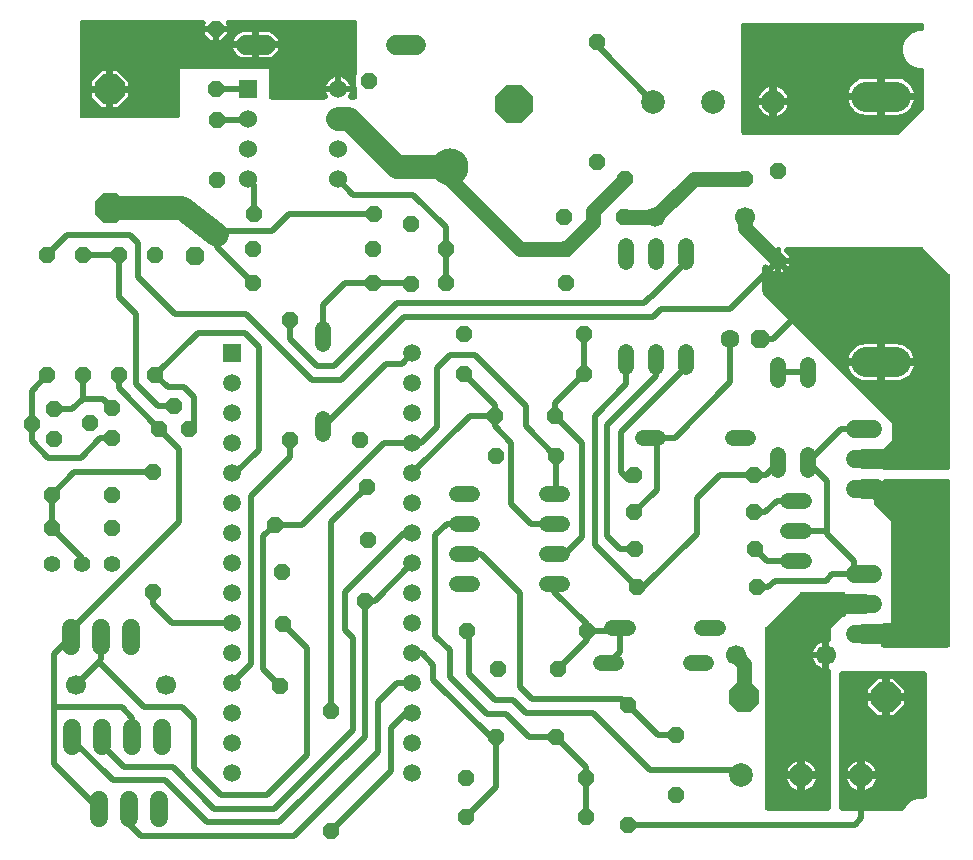
<source format=gtl>
G04 EAGLE Gerber RS-274X export*
G75*
%MOMM*%
%FSLAX34Y34*%
%LPD*%
%INTop Copper*%
%IPPOS*%
%AMOC8*
5,1,8,0,0,1.08239X$1,22.5*%
G01*
%ADD10P,1.732040X8X22.500000*%
%ADD11C,1.600200*%
%ADD12C,1.320800*%
%ADD13C,1.524000*%
%ADD14P,1.429621X8X292.500000*%
%ADD15P,1.429621X8X202.500000*%
%ADD16P,1.429621X8X67.500000*%
%ADD17P,1.429621X8X22.500000*%
%ADD18R,1.508000X1.508000*%
%ADD19C,1.508000*%
%ADD20R,1.524000X1.524000*%
%ADD21C,1.524000*%
%ADD22C,1.700000*%
%ADD23P,1.429621X8X112.500000*%
%ADD24P,1.732040X8X247.500000*%
%ADD25C,2.540000*%
%ADD26C,1.400000*%
%ADD27C,2.000000*%
%ADD28P,1.429621X8X247.500000*%
%ADD29P,2.749271X8X202.500000*%
%ADD30P,3.409096X8X67.500000*%
%ADD31C,3.149600*%
%ADD32P,2.749271X8X292.500000*%
%ADD33C,1.676400*%
%ADD34C,0.508000*%
%ADD35C,1.700000*%
%ADD36C,1.270000*%
%ADD37C,2.000000*%
%ADD38C,0.152400*%

G36*
X892035Y303464D02*
X892035Y303464D01*
X892069Y303462D01*
X892258Y303484D01*
X892449Y303501D01*
X892482Y303510D01*
X892516Y303514D01*
X892699Y303569D01*
X892883Y303619D01*
X892914Y303634D01*
X892947Y303644D01*
X893118Y303731D01*
X893290Y303813D01*
X893318Y303833D01*
X893349Y303848D01*
X893501Y303964D01*
X893656Y304075D01*
X893680Y304100D01*
X893707Y304120D01*
X893836Y304261D01*
X893970Y304397D01*
X893989Y304426D01*
X894013Y304452D01*
X894115Y304613D01*
X894222Y304770D01*
X894236Y304802D01*
X894254Y304831D01*
X894327Y305008D01*
X894404Y305182D01*
X894412Y305216D01*
X894425Y305248D01*
X894465Y305435D01*
X894511Y305620D01*
X894513Y305654D01*
X894520Y305688D01*
X894539Y306000D01*
X894539Y468000D01*
X894525Y468164D01*
X894518Y468328D01*
X894505Y468388D01*
X894499Y468449D01*
X894456Y468607D01*
X894420Y468768D01*
X894397Y468824D01*
X894381Y468883D01*
X894310Y469031D01*
X894247Y469183D01*
X894214Y469235D01*
X894187Y469290D01*
X894092Y469423D01*
X894002Y469561D01*
X893951Y469619D01*
X893925Y469656D01*
X893882Y469698D01*
X893796Y469796D01*
X871796Y491796D01*
X871669Y491901D01*
X871548Y492013D01*
X871497Y492045D01*
X871450Y492084D01*
X871307Y492166D01*
X871169Y492254D01*
X871112Y492278D01*
X871059Y492308D01*
X870904Y492363D01*
X870752Y492425D01*
X870692Y492438D01*
X870635Y492459D01*
X870473Y492485D01*
X870312Y492520D01*
X870235Y492525D01*
X870191Y492532D01*
X870130Y492531D01*
X870000Y492539D01*
X756424Y492539D01*
X756294Y492528D01*
X756164Y492526D01*
X756070Y492508D01*
X755975Y492499D01*
X755850Y492465D01*
X755722Y492440D01*
X755633Y492406D01*
X755541Y492381D01*
X755424Y492325D01*
X755302Y492278D01*
X755220Y492228D01*
X755134Y492187D01*
X755029Y492112D01*
X754917Y492044D01*
X754846Y491981D01*
X754768Y491925D01*
X754677Y491832D01*
X754580Y491746D01*
X754521Y491671D01*
X754454Y491603D01*
X754381Y491495D01*
X754301Y491393D01*
X754255Y491309D01*
X754202Y491230D01*
X754149Y491111D01*
X754088Y490996D01*
X754058Y490905D01*
X754020Y490818D01*
X753989Y490691D01*
X753949Y490568D01*
X753936Y490473D01*
X753913Y490380D01*
X753905Y490251D01*
X753887Y490122D01*
X753891Y490026D01*
X753885Y489931D01*
X753900Y489802D01*
X753906Y489672D01*
X753926Y489579D01*
X753937Y489484D01*
X753975Y489359D01*
X754003Y489232D01*
X754040Y489144D01*
X754068Y489053D01*
X754127Y488937D01*
X754177Y488817D01*
X754229Y488736D01*
X754272Y488651D01*
X754351Y488548D01*
X754421Y488439D01*
X754507Y488341D01*
X754544Y488293D01*
X754577Y488262D01*
X754628Y488204D01*
X758145Y484688D01*
X758145Y483439D01*
X751539Y483439D01*
X751539Y490000D01*
X751536Y490035D01*
X751538Y490069D01*
X751516Y490258D01*
X751499Y490449D01*
X751490Y490482D01*
X751486Y490516D01*
X751431Y490699D01*
X751381Y490883D01*
X751366Y490914D01*
X751356Y490947D01*
X751269Y491118D01*
X751188Y491290D01*
X751167Y491318D01*
X751152Y491349D01*
X751036Y491501D01*
X750925Y491656D01*
X750901Y491680D01*
X750880Y491707D01*
X750740Y491836D01*
X750603Y491970D01*
X750574Y491989D01*
X750549Y492013D01*
X750388Y492115D01*
X750230Y492222D01*
X750198Y492236D01*
X750169Y492254D01*
X749992Y492327D01*
X749818Y492404D01*
X749784Y492412D01*
X749752Y492425D01*
X749566Y492465D01*
X749380Y492511D01*
X749346Y492513D01*
X749312Y492520D01*
X749000Y492539D01*
X748965Y492536D01*
X748931Y492538D01*
X748741Y492516D01*
X748551Y492499D01*
X748518Y492490D01*
X748484Y492486D01*
X748301Y492431D01*
X748117Y492381D01*
X748086Y492366D01*
X748053Y492356D01*
X747882Y492269D01*
X747710Y492187D01*
X747682Y492167D01*
X747651Y492152D01*
X747499Y492036D01*
X747344Y491925D01*
X747320Y491900D01*
X747292Y491880D01*
X747163Y491740D01*
X747030Y491603D01*
X747011Y491574D01*
X746987Y491548D01*
X746885Y491387D01*
X746778Y491230D01*
X746764Y491198D01*
X746745Y491169D01*
X746673Y490992D01*
X746596Y490818D01*
X746588Y490784D01*
X746575Y490752D01*
X746534Y490565D01*
X746489Y490380D01*
X746487Y490346D01*
X746480Y490312D01*
X746461Y490000D01*
X746461Y480900D01*
X746461Y471755D01*
X745212Y471755D01*
X739796Y477172D01*
X739696Y477255D01*
X739603Y477346D01*
X739523Y477400D01*
X739450Y477461D01*
X739337Y477525D01*
X739230Y477598D01*
X739142Y477637D01*
X739059Y477684D01*
X738937Y477728D01*
X738818Y477780D01*
X738725Y477803D01*
X738635Y477835D01*
X738507Y477856D01*
X738380Y477887D01*
X738285Y477893D01*
X738191Y477908D01*
X738061Y477907D01*
X737931Y477915D01*
X737836Y477904D01*
X737741Y477902D01*
X737613Y477878D01*
X737484Y477863D01*
X737392Y477835D01*
X737298Y477817D01*
X737177Y477770D01*
X737053Y477732D01*
X736968Y477689D01*
X736878Y477654D01*
X736767Y477587D01*
X736651Y477528D01*
X736575Y477470D01*
X736494Y477421D01*
X736396Y477334D01*
X736293Y477256D01*
X736228Y477186D01*
X736156Y477122D01*
X736076Y477020D01*
X735988Y476925D01*
X735936Y476844D01*
X735877Y476769D01*
X735816Y476655D01*
X735746Y476545D01*
X735709Y476457D01*
X735664Y476372D01*
X735624Y476249D01*
X735575Y476128D01*
X735555Y476035D01*
X735525Y475944D01*
X735507Y475816D01*
X735480Y475688D01*
X735472Y475559D01*
X735464Y475498D01*
X735466Y475453D01*
X735461Y475376D01*
X735461Y455000D01*
X735475Y454836D01*
X735482Y454672D01*
X735495Y454612D01*
X735501Y454552D01*
X735544Y454393D01*
X735580Y454232D01*
X735603Y454176D01*
X735619Y454117D01*
X735690Y453969D01*
X735753Y453817D01*
X735786Y453765D01*
X735813Y453711D01*
X735908Y453577D01*
X735998Y453439D01*
X736049Y453381D01*
X736075Y453344D01*
X736118Y453302D01*
X736204Y453204D01*
X845461Y343948D01*
X845461Y329052D01*
X838672Y322263D01*
X838597Y322230D01*
X838560Y322206D01*
X838521Y322187D01*
X838373Y322082D01*
X838222Y321981D01*
X838191Y321951D01*
X838155Y321925D01*
X838028Y321795D01*
X837897Y321669D01*
X837872Y321634D01*
X837841Y321603D01*
X837739Y321452D01*
X837632Y321305D01*
X837613Y321266D01*
X837589Y321230D01*
X837515Y321063D01*
X837436Y320900D01*
X837424Y320858D01*
X837407Y320818D01*
X837364Y320641D01*
X837315Y320466D01*
X837310Y320423D01*
X837300Y320380D01*
X837289Y320199D01*
X837271Y320018D01*
X837275Y319974D01*
X837272Y319931D01*
X837293Y319750D01*
X837308Y319569D01*
X837319Y319527D01*
X837324Y319484D01*
X837377Y319309D01*
X837424Y319134D01*
X837445Y319085D01*
X837455Y319053D01*
X837483Y318997D01*
X837548Y318847D01*
X838336Y317300D01*
X838779Y315939D01*
X821300Y315939D01*
X821266Y315936D01*
X821231Y315938D01*
X821042Y315916D01*
X820852Y315899D01*
X820818Y315890D01*
X820784Y315886D01*
X820601Y315831D01*
X820417Y315781D01*
X820386Y315766D01*
X820353Y315756D01*
X820182Y315669D01*
X820011Y315588D01*
X819983Y315567D01*
X819952Y315552D01*
X819800Y315436D01*
X819645Y315325D01*
X819621Y315301D01*
X819593Y315280D01*
X819464Y315140D01*
X819331Y315003D01*
X819311Y314974D01*
X819288Y314949D01*
X819185Y314788D01*
X819079Y314630D01*
X819065Y314598D01*
X819046Y314569D01*
X818974Y314392D01*
X818896Y314218D01*
X818888Y314184D01*
X818875Y314152D01*
X818835Y313966D01*
X818790Y313780D01*
X818788Y313746D01*
X818780Y313712D01*
X818761Y313400D01*
X818764Y313365D01*
X818762Y313331D01*
X818784Y313141D01*
X818801Y312951D01*
X818810Y312918D01*
X818814Y312884D01*
X818869Y312701D01*
X818920Y312517D01*
X818934Y312486D01*
X818944Y312453D01*
X819031Y312282D01*
X819113Y312110D01*
X819133Y312082D01*
X819149Y312051D01*
X819264Y311899D01*
X819375Y311744D01*
X819400Y311720D01*
X819421Y311692D01*
X819561Y311563D01*
X819698Y311430D01*
X819726Y311411D01*
X819752Y311387D01*
X819913Y311285D01*
X820071Y311178D01*
X820102Y311164D01*
X820132Y311145D01*
X820308Y311073D01*
X820483Y310996D01*
X820516Y310988D01*
X820548Y310975D01*
X820735Y310934D01*
X820920Y310889D01*
X820954Y310887D01*
X820988Y310880D01*
X821300Y310861D01*
X838779Y310861D01*
X838336Y309500D01*
X837610Y308075D01*
X837187Y307493D01*
X837107Y307359D01*
X837020Y307230D01*
X836992Y307166D01*
X836956Y307106D01*
X836901Y306960D01*
X836838Y306818D01*
X836821Y306750D01*
X836797Y306685D01*
X836768Y306532D01*
X836731Y306380D01*
X836727Y306311D01*
X836714Y306243D01*
X836713Y306087D01*
X836703Y305931D01*
X836711Y305862D01*
X836711Y305792D01*
X836737Y305639D01*
X836755Y305484D01*
X836776Y305417D01*
X836787Y305349D01*
X836841Y305202D01*
X836886Y305053D01*
X836917Y304991D01*
X836941Y304925D01*
X837019Y304791D01*
X837090Y304651D01*
X837132Y304596D01*
X837167Y304536D01*
X837268Y304417D01*
X837362Y304293D01*
X837413Y304245D01*
X837458Y304193D01*
X837578Y304093D01*
X837693Y303988D01*
X837752Y303950D01*
X837805Y303906D01*
X837941Y303829D01*
X838073Y303746D01*
X838137Y303719D01*
X838198Y303685D01*
X838345Y303634D01*
X838490Y303575D01*
X838558Y303560D01*
X838623Y303537D01*
X838777Y303513D01*
X838930Y303480D01*
X839019Y303474D01*
X839068Y303467D01*
X839126Y303468D01*
X839242Y303461D01*
X892000Y303461D01*
X892035Y303464D01*
G37*
G36*
X240035Y601464D02*
X240035Y601464D01*
X240069Y601462D01*
X240258Y601484D01*
X240449Y601501D01*
X240482Y601510D01*
X240516Y601514D01*
X240699Y601569D01*
X240883Y601619D01*
X240914Y601634D01*
X240947Y601644D01*
X241118Y601731D01*
X241290Y601813D01*
X241318Y601833D01*
X241349Y601848D01*
X241501Y601964D01*
X241656Y602075D01*
X241680Y602100D01*
X241707Y602120D01*
X241836Y602261D01*
X241970Y602397D01*
X241989Y602426D01*
X242013Y602452D01*
X242115Y602613D01*
X242222Y602770D01*
X242236Y602802D01*
X242254Y602831D01*
X242327Y603008D01*
X242404Y603182D01*
X242412Y603216D01*
X242425Y603248D01*
X242465Y603435D01*
X242511Y603620D01*
X242513Y603654D01*
X242520Y603688D01*
X242539Y604000D01*
X242539Y643461D01*
X317461Y643461D01*
X317461Y620000D01*
X317464Y619966D01*
X317462Y619931D01*
X317484Y619742D01*
X317501Y619552D01*
X317510Y619518D01*
X317514Y619484D01*
X317569Y619301D01*
X317619Y619117D01*
X317634Y619086D01*
X317644Y619053D01*
X317731Y618882D01*
X317813Y618711D01*
X317833Y618682D01*
X317848Y618651D01*
X317964Y618499D01*
X318075Y618344D01*
X318100Y618320D01*
X318120Y618293D01*
X318261Y618164D01*
X318397Y618030D01*
X318426Y618011D01*
X318452Y617988D01*
X318613Y617885D01*
X318770Y617778D01*
X318802Y617764D01*
X318831Y617746D01*
X319008Y617673D01*
X319182Y617596D01*
X319216Y617588D01*
X319248Y617575D01*
X319435Y617535D01*
X319620Y617489D01*
X319654Y617487D01*
X319688Y617480D01*
X320000Y617461D01*
X365056Y617461D01*
X365238Y617477D01*
X365419Y617487D01*
X365462Y617497D01*
X365505Y617501D01*
X365680Y617549D01*
X365857Y617590D01*
X365897Y617608D01*
X365939Y617619D01*
X366103Y617697D01*
X366270Y617770D01*
X366307Y617794D01*
X366346Y617813D01*
X366493Y617918D01*
X366645Y618019D01*
X366677Y618049D01*
X366712Y618075D01*
X366839Y618205D01*
X366970Y618331D01*
X366996Y618366D01*
X367026Y618397D01*
X367128Y618548D01*
X367235Y618695D01*
X367254Y618734D01*
X367278Y618770D01*
X367352Y618937D01*
X367431Y619100D01*
X367443Y619142D01*
X367460Y619182D01*
X367504Y619359D01*
X367553Y619534D01*
X367557Y619577D01*
X367567Y619620D01*
X367578Y619801D01*
X367596Y619982D01*
X367592Y620026D01*
X367595Y620069D01*
X367574Y620250D01*
X367559Y620431D01*
X367548Y620473D01*
X367543Y620516D01*
X367490Y620691D01*
X367443Y620866D01*
X367422Y620915D01*
X367412Y620947D01*
X367384Y621004D01*
X367319Y621153D01*
X366684Y622400D01*
X366241Y623761D01*
X376100Y623761D01*
X385959Y623761D01*
X385516Y622400D01*
X384881Y621153D01*
X384813Y620984D01*
X384740Y620818D01*
X384729Y620776D01*
X384713Y620735D01*
X384676Y620557D01*
X384633Y620380D01*
X384630Y620337D01*
X384621Y620294D01*
X384616Y620112D01*
X384605Y619931D01*
X384610Y619888D01*
X384609Y619844D01*
X384636Y619664D01*
X384657Y619484D01*
X384670Y619442D01*
X384676Y619399D01*
X384735Y619227D01*
X384788Y619053D01*
X384807Y619014D01*
X384821Y618973D01*
X384910Y618813D01*
X384992Y618651D01*
X385018Y618617D01*
X385039Y618579D01*
X385154Y618437D01*
X385264Y618293D01*
X385296Y618263D01*
X385323Y618229D01*
X385461Y618111D01*
X385595Y617988D01*
X385632Y617964D01*
X385665Y617936D01*
X385821Y617843D01*
X385975Y617746D01*
X386015Y617729D01*
X386053Y617707D01*
X386223Y617644D01*
X386391Y617575D01*
X386434Y617566D01*
X386475Y617550D01*
X386654Y617518D01*
X386832Y617480D01*
X386885Y617477D01*
X386918Y617471D01*
X386981Y617471D01*
X387144Y617461D01*
X390000Y617461D01*
X390035Y617464D01*
X390069Y617462D01*
X390258Y617484D01*
X390449Y617501D01*
X390482Y617510D01*
X390516Y617514D01*
X390699Y617569D01*
X390883Y617619D01*
X390914Y617634D01*
X390947Y617644D01*
X391118Y617731D01*
X391290Y617813D01*
X391318Y617833D01*
X391349Y617848D01*
X391501Y617964D01*
X391656Y618075D01*
X391680Y618100D01*
X391707Y618120D01*
X391836Y618261D01*
X391970Y618397D01*
X391989Y618426D01*
X392013Y618452D01*
X392115Y618613D01*
X392222Y618770D01*
X392236Y618802D01*
X392254Y618831D01*
X392327Y619008D01*
X392404Y619182D01*
X392412Y619216D01*
X392425Y619248D01*
X392465Y619435D01*
X392511Y619620D01*
X392513Y619654D01*
X392520Y619688D01*
X392539Y620000D01*
X392539Y626721D01*
X392525Y626885D01*
X392518Y627049D01*
X392505Y627109D01*
X392499Y627170D01*
X392456Y627328D01*
X392420Y627489D01*
X392397Y627545D01*
X392381Y627604D01*
X392310Y627752D01*
X392247Y627904D01*
X392214Y627955D01*
X392187Y628011D01*
X392092Y628144D01*
X392002Y628283D01*
X391951Y628340D01*
X391925Y628377D01*
X391882Y628419D01*
X391796Y628517D01*
X391331Y628981D01*
X391331Y637819D01*
X391796Y638283D01*
X391901Y638409D01*
X392013Y638530D01*
X392045Y638582D01*
X392084Y638629D01*
X392166Y638771D01*
X392254Y638910D01*
X392278Y638967D01*
X392308Y639020D01*
X392363Y639175D01*
X392425Y639327D01*
X392438Y639387D01*
X392459Y639444D01*
X392485Y639606D01*
X392520Y639767D01*
X392525Y639844D01*
X392532Y639888D01*
X392531Y639949D01*
X392539Y640079D01*
X392539Y682380D01*
X392536Y682415D01*
X392538Y682449D01*
X392516Y682638D01*
X392499Y682829D01*
X392490Y682862D01*
X392486Y682896D01*
X392431Y683079D01*
X392381Y683263D01*
X392366Y683294D01*
X392356Y683327D01*
X392269Y683498D01*
X392187Y683670D01*
X392167Y683698D01*
X392152Y683729D01*
X392036Y683881D01*
X391925Y684036D01*
X391900Y684060D01*
X391880Y684087D01*
X391740Y684216D01*
X391603Y684350D01*
X391574Y684369D01*
X391548Y684393D01*
X391387Y684495D01*
X391230Y684602D01*
X391198Y684616D01*
X391169Y684634D01*
X390992Y684707D01*
X390818Y684784D01*
X390784Y684792D01*
X390752Y684805D01*
X390565Y684845D01*
X390380Y684891D01*
X390346Y684893D01*
X390312Y684900D01*
X390000Y684919D01*
X283834Y684919D01*
X283704Y684908D01*
X283574Y684906D01*
X283480Y684888D01*
X283385Y684879D01*
X283259Y684845D01*
X283132Y684820D01*
X283043Y684786D01*
X282951Y684761D01*
X282833Y684705D01*
X282712Y684658D01*
X282630Y684608D01*
X282544Y684567D01*
X282438Y684492D01*
X282327Y684424D01*
X282256Y684361D01*
X282178Y684305D01*
X282087Y684212D01*
X281990Y684126D01*
X281931Y684051D01*
X281864Y683983D01*
X281791Y683875D01*
X281710Y683773D01*
X281665Y683689D01*
X281612Y683610D01*
X281559Y683491D01*
X281498Y683376D01*
X281468Y683285D01*
X281430Y683198D01*
X281399Y683071D01*
X281359Y682948D01*
X281346Y682853D01*
X281323Y682760D01*
X281315Y682631D01*
X281297Y682502D01*
X281301Y682406D01*
X281295Y682311D01*
X281310Y682182D01*
X281316Y682052D01*
X281336Y681959D01*
X281347Y681864D01*
X281385Y681739D01*
X281413Y681612D01*
X281450Y681524D01*
X281478Y681433D01*
X281537Y681317D01*
X281587Y681197D01*
X281639Y681117D01*
X281682Y681031D01*
X281761Y680928D01*
X281831Y680819D01*
X281835Y680815D01*
X281835Y679539D01*
X272690Y679539D01*
X263545Y679539D01*
X263545Y680821D01*
X263570Y680857D01*
X263631Y680930D01*
X263695Y681043D01*
X263768Y681150D01*
X263807Y681238D01*
X263854Y681321D01*
X263898Y681443D01*
X263950Y681562D01*
X263973Y681655D01*
X264005Y681745D01*
X264026Y681873D01*
X264057Y682000D01*
X264063Y682095D01*
X264078Y682189D01*
X264077Y682319D01*
X264085Y682449D01*
X264074Y682544D01*
X264072Y682639D01*
X264048Y682767D01*
X264033Y682896D01*
X264005Y682988D01*
X263987Y683082D01*
X263940Y683203D01*
X263902Y683327D01*
X263859Y683412D01*
X263825Y683502D01*
X263757Y683613D01*
X263698Y683729D01*
X263640Y683805D01*
X263591Y683886D01*
X263504Y683984D01*
X263426Y684087D01*
X263356Y684152D01*
X263292Y684224D01*
X263190Y684304D01*
X263095Y684393D01*
X263014Y684444D01*
X262939Y684503D01*
X262825Y684564D01*
X262715Y684634D01*
X262627Y684671D01*
X262542Y684716D01*
X262419Y684756D01*
X262298Y684805D01*
X262205Y684825D01*
X262114Y684855D01*
X261986Y684873D01*
X261858Y684900D01*
X261728Y684908D01*
X261668Y684916D01*
X261624Y684915D01*
X261546Y684919D01*
X160000Y684919D01*
X159966Y684916D01*
X159931Y684918D01*
X159742Y684896D01*
X159552Y684879D01*
X159518Y684870D01*
X159484Y684866D01*
X159301Y684811D01*
X159117Y684761D01*
X159086Y684746D01*
X159053Y684736D01*
X158882Y684649D01*
X158711Y684567D01*
X158682Y684547D01*
X158651Y684532D01*
X158499Y684416D01*
X158344Y684305D01*
X158320Y684280D01*
X158293Y684260D01*
X158164Y684120D01*
X158030Y683983D01*
X158011Y683954D01*
X157988Y683928D01*
X157885Y683767D01*
X157778Y683610D01*
X157764Y683578D01*
X157746Y683549D01*
X157673Y683372D01*
X157596Y683198D01*
X157588Y683164D01*
X157575Y683132D01*
X157535Y682945D01*
X157489Y682760D01*
X157487Y682726D01*
X157480Y682692D01*
X157461Y682380D01*
X157461Y604000D01*
X157464Y603966D01*
X157462Y603931D01*
X157484Y603742D01*
X157501Y603552D01*
X157510Y603518D01*
X157514Y603484D01*
X157569Y603301D01*
X157619Y603117D01*
X157634Y603086D01*
X157644Y603053D01*
X157731Y602882D01*
X157813Y602711D01*
X157833Y602682D01*
X157848Y602651D01*
X157964Y602499D01*
X158075Y602344D01*
X158100Y602320D01*
X158120Y602293D01*
X158261Y602164D01*
X158397Y602030D01*
X158426Y602011D01*
X158452Y601988D01*
X158613Y601885D01*
X158770Y601778D01*
X158802Y601764D01*
X158831Y601746D01*
X159008Y601673D01*
X159182Y601596D01*
X159216Y601588D01*
X159248Y601575D01*
X159435Y601535D01*
X159620Y601489D01*
X159654Y601487D01*
X159688Y601480D01*
X160000Y601461D01*
X240000Y601461D01*
X240035Y601464D01*
G37*
G36*
X850164Y587475D02*
X850164Y587475D01*
X850328Y587482D01*
X850388Y587495D01*
X850449Y587501D01*
X850607Y587544D01*
X850768Y587580D01*
X850824Y587603D01*
X850883Y587619D01*
X851031Y587690D01*
X851183Y587753D01*
X851235Y587786D01*
X851290Y587813D01*
X851423Y587908D01*
X851561Y587998D01*
X851619Y588049D01*
X851656Y588075D01*
X851698Y588118D01*
X851796Y588204D01*
X871796Y608204D01*
X871901Y608331D01*
X872013Y608452D01*
X872045Y608503D01*
X872084Y608550D01*
X872166Y608693D01*
X872254Y608831D01*
X872278Y608888D01*
X872308Y608941D01*
X872363Y609096D01*
X872425Y609248D01*
X872438Y609308D01*
X872459Y609365D01*
X872485Y609527D01*
X872520Y609688D01*
X872525Y609765D01*
X872532Y609809D01*
X872531Y609870D01*
X872539Y610000D01*
X872539Y641880D01*
X872536Y641915D01*
X872538Y641949D01*
X872516Y642138D01*
X872499Y642329D01*
X872490Y642362D01*
X872486Y642396D01*
X872431Y642579D01*
X872381Y642763D01*
X872366Y642794D01*
X872356Y642827D01*
X872269Y642998D01*
X872187Y643170D01*
X872167Y643198D01*
X872152Y643229D01*
X872036Y643381D01*
X871925Y643536D01*
X871900Y643560D01*
X871880Y643587D01*
X871740Y643716D01*
X871603Y643850D01*
X871574Y643869D01*
X871548Y643893D01*
X871387Y643995D01*
X871230Y644102D01*
X871198Y644116D01*
X871169Y644134D01*
X870992Y644207D01*
X870818Y644284D01*
X870784Y644292D01*
X870752Y644305D01*
X870565Y644345D01*
X870380Y644391D01*
X870346Y644393D01*
X870312Y644400D01*
X870000Y644419D01*
X866901Y644419D01*
X861174Y646791D01*
X856791Y651174D01*
X854419Y656901D01*
X854419Y663099D01*
X856791Y668826D01*
X861174Y673209D01*
X866901Y675581D01*
X870000Y675581D01*
X870035Y675584D01*
X870069Y675582D01*
X870258Y675604D01*
X870449Y675621D01*
X870482Y675630D01*
X870516Y675634D01*
X870699Y675689D01*
X870883Y675739D01*
X870914Y675754D01*
X870947Y675764D01*
X871118Y675851D01*
X871290Y675933D01*
X871318Y675953D01*
X871349Y675968D01*
X871501Y676084D01*
X871656Y676195D01*
X871680Y676220D01*
X871707Y676240D01*
X871836Y676380D01*
X871970Y676517D01*
X871989Y676546D01*
X872013Y676572D01*
X872115Y676733D01*
X872222Y676890D01*
X872236Y676922D01*
X872254Y676951D01*
X872327Y677128D01*
X872404Y677302D01*
X872412Y677336D01*
X872425Y677368D01*
X872465Y677555D01*
X872511Y677740D01*
X872513Y677774D01*
X872520Y677808D01*
X872539Y678120D01*
X872539Y680000D01*
X872536Y680035D01*
X872538Y680069D01*
X872516Y680258D01*
X872499Y680449D01*
X872490Y680482D01*
X872486Y680516D01*
X872431Y680699D01*
X872381Y680883D01*
X872366Y680914D01*
X872356Y680947D01*
X872269Y681118D01*
X872187Y681290D01*
X872167Y681318D01*
X872152Y681349D01*
X872036Y681501D01*
X871925Y681656D01*
X871900Y681680D01*
X871880Y681707D01*
X871740Y681836D01*
X871603Y681970D01*
X871574Y681989D01*
X871548Y682013D01*
X871387Y682115D01*
X871230Y682222D01*
X871198Y682236D01*
X871169Y682254D01*
X870992Y682327D01*
X870818Y682404D01*
X870784Y682412D01*
X870752Y682425D01*
X870565Y682465D01*
X870380Y682511D01*
X870346Y682513D01*
X870312Y682520D01*
X870000Y682539D01*
X720000Y682539D01*
X719966Y682536D01*
X719931Y682538D01*
X719742Y682516D01*
X719552Y682499D01*
X719518Y682490D01*
X719484Y682486D01*
X719301Y682431D01*
X719117Y682381D01*
X719086Y682366D01*
X719053Y682356D01*
X718882Y682269D01*
X718711Y682187D01*
X718682Y682167D01*
X718651Y682152D01*
X718499Y682036D01*
X718344Y681925D01*
X718320Y681900D01*
X718293Y681880D01*
X718164Y681740D01*
X718030Y681603D01*
X718011Y681574D01*
X717988Y681548D01*
X717885Y681387D01*
X717778Y681230D01*
X717764Y681198D01*
X717746Y681169D01*
X717673Y680992D01*
X717596Y680818D01*
X717588Y680784D01*
X717575Y680752D01*
X717535Y680565D01*
X717489Y680380D01*
X717487Y680346D01*
X717480Y680312D01*
X717461Y680000D01*
X717461Y590000D01*
X717464Y589966D01*
X717462Y589931D01*
X717484Y589742D01*
X717501Y589552D01*
X717510Y589518D01*
X717514Y589484D01*
X717569Y589301D01*
X717619Y589117D01*
X717634Y589086D01*
X717644Y589053D01*
X717731Y588882D01*
X717813Y588711D01*
X717833Y588682D01*
X717848Y588651D01*
X717964Y588499D01*
X718075Y588344D01*
X718100Y588320D01*
X718120Y588293D01*
X718261Y588164D01*
X718397Y588030D01*
X718426Y588011D01*
X718452Y587988D01*
X718613Y587885D01*
X718770Y587778D01*
X718802Y587764D01*
X718831Y587746D01*
X719008Y587673D01*
X719182Y587596D01*
X719216Y587588D01*
X719248Y587575D01*
X719435Y587535D01*
X719620Y587489D01*
X719654Y587487D01*
X719688Y587480D01*
X720000Y587461D01*
X850000Y587461D01*
X850164Y587475D01*
G37*
G36*
X791035Y15464D02*
X791035Y15464D01*
X791069Y15462D01*
X791258Y15484D01*
X791449Y15501D01*
X791482Y15510D01*
X791516Y15514D01*
X791699Y15569D01*
X791883Y15619D01*
X791914Y15634D01*
X791947Y15644D01*
X792118Y15731D01*
X792290Y15813D01*
X792318Y15833D01*
X792349Y15848D01*
X792501Y15964D01*
X792656Y16075D01*
X792680Y16100D01*
X792707Y16120D01*
X792836Y16261D01*
X792970Y16397D01*
X792989Y16426D01*
X793013Y16452D01*
X793115Y16613D01*
X793222Y16770D01*
X793236Y16802D01*
X793254Y16831D01*
X793327Y17008D01*
X793404Y17182D01*
X793412Y17216D01*
X793425Y17248D01*
X793465Y17435D01*
X793511Y17620D01*
X793513Y17654D01*
X793520Y17688D01*
X793539Y18000D01*
X793539Y133552D01*
X793539Y133560D01*
X793539Y133569D01*
X793519Y133783D01*
X793499Y134000D01*
X793497Y134009D01*
X793496Y134017D01*
X793438Y134225D01*
X793381Y134435D01*
X793377Y134442D01*
X793375Y134451D01*
X793280Y134647D01*
X793187Y134841D01*
X793183Y134848D01*
X793179Y134856D01*
X793051Y135032D01*
X792925Y135207D01*
X792919Y135213D01*
X792914Y135220D01*
X792759Y135369D01*
X792603Y135521D01*
X792595Y135526D01*
X792589Y135532D01*
X792410Y135651D01*
X792230Y135773D01*
X792222Y135777D01*
X792215Y135782D01*
X792017Y135867D01*
X791849Y135942D01*
X791849Y146790D01*
X791846Y146824D01*
X791848Y146859D01*
X791835Y146975D01*
X791849Y147210D01*
X791849Y158062D01*
X791931Y158086D01*
X791939Y158090D01*
X791947Y158092D01*
X792140Y158191D01*
X792334Y158288D01*
X792341Y158293D01*
X792349Y158297D01*
X792521Y158428D01*
X792695Y158557D01*
X792700Y158564D01*
X792707Y158569D01*
X792854Y158728D01*
X793002Y158886D01*
X793007Y158894D01*
X793013Y158900D01*
X793128Y159081D01*
X793246Y159265D01*
X793250Y159273D01*
X793254Y159280D01*
X793336Y159480D01*
X793420Y159680D01*
X793422Y159688D01*
X793425Y159696D01*
X793471Y159908D01*
X793518Y160119D01*
X793518Y160128D01*
X793520Y160136D01*
X793539Y160448D01*
X793539Y169948D01*
X803052Y179461D01*
X803940Y179461D01*
X804095Y179475D01*
X804251Y179480D01*
X804319Y179494D01*
X804388Y179501D01*
X804539Y179542D01*
X804691Y179575D01*
X804755Y179601D01*
X804822Y179619D01*
X804963Y179686D01*
X805108Y179745D01*
X805166Y179783D01*
X805229Y179813D01*
X805356Y179903D01*
X805488Y179987D01*
X805539Y180034D01*
X805595Y180075D01*
X805704Y180186D01*
X805819Y180292D01*
X805861Y180348D01*
X805909Y180397D01*
X805996Y180526D01*
X806091Y180651D01*
X806122Y180713D01*
X806161Y180770D01*
X806225Y180913D01*
X806295Y181052D01*
X806315Y181118D01*
X806344Y181182D01*
X806381Y181334D01*
X806426Y181483D01*
X806434Y181552D01*
X806450Y181620D01*
X806460Y181775D01*
X806478Y181930D01*
X806474Y182000D01*
X806478Y182069D01*
X806460Y182224D01*
X806450Y182380D01*
X806434Y182447D01*
X806426Y182516D01*
X806381Y182666D01*
X806344Y182817D01*
X806316Y182881D01*
X806296Y182947D01*
X806225Y183086D01*
X806162Y183229D01*
X806114Y183304D01*
X806091Y183349D01*
X806056Y183395D01*
X805994Y183493D01*
X804990Y184875D01*
X804264Y186300D01*
X803821Y187661D01*
X816000Y187661D01*
X816035Y187664D01*
X816069Y187662D01*
X816258Y187684D01*
X816449Y187700D01*
X816482Y187710D01*
X816516Y187714D01*
X816699Y187769D01*
X816883Y187819D01*
X816914Y187834D01*
X816947Y187844D01*
X817118Y187931D01*
X817290Y188012D01*
X817318Y188033D01*
X817349Y188048D01*
X817501Y188163D01*
X817656Y188275D01*
X817680Y188299D01*
X817707Y188320D01*
X817836Y188460D01*
X817970Y188597D01*
X817989Y188626D01*
X818013Y188651D01*
X818115Y188812D01*
X818222Y188970D01*
X818236Y189002D01*
X818254Y189031D01*
X818327Y189208D01*
X818404Y189382D01*
X818412Y189416D01*
X818425Y189448D01*
X818465Y189634D01*
X818511Y189819D01*
X818513Y189854D01*
X818520Y189888D01*
X818539Y190200D01*
X818536Y190235D01*
X818538Y190269D01*
X818516Y190459D01*
X818499Y190649D01*
X818490Y190682D01*
X818486Y190716D01*
X818431Y190899D01*
X818381Y191083D01*
X818366Y191114D01*
X818356Y191147D01*
X818269Y191318D01*
X818187Y191490D01*
X818167Y191518D01*
X818152Y191549D01*
X818036Y191701D01*
X817925Y191856D01*
X817900Y191880D01*
X817880Y191907D01*
X817740Y192037D01*
X817603Y192170D01*
X817574Y192189D01*
X817548Y192213D01*
X817387Y192315D01*
X817230Y192422D01*
X817198Y192436D01*
X817169Y192454D01*
X816992Y192527D01*
X816818Y192604D01*
X816784Y192612D01*
X816752Y192625D01*
X816565Y192666D01*
X816380Y192711D01*
X816346Y192713D01*
X816312Y192720D01*
X816000Y192739D01*
X803821Y192739D01*
X804264Y194100D01*
X804990Y195525D01*
X805703Y196507D01*
X805783Y196641D01*
X805871Y196770D01*
X805899Y196834D01*
X805935Y196894D01*
X805990Y197039D01*
X806053Y197182D01*
X806069Y197250D01*
X806094Y197315D01*
X806123Y197468D01*
X806160Y197620D01*
X806164Y197689D01*
X806177Y197757D01*
X806178Y197913D01*
X806187Y198069D01*
X806179Y198138D01*
X806180Y198208D01*
X806153Y198361D01*
X806135Y198516D01*
X806115Y198583D01*
X806103Y198651D01*
X806050Y198798D01*
X806005Y198947D01*
X805973Y199009D01*
X805950Y199075D01*
X805871Y199210D01*
X805801Y199349D01*
X805759Y199404D01*
X805724Y199464D01*
X805623Y199583D01*
X805529Y199707D01*
X805477Y199755D01*
X805432Y199808D01*
X805312Y199907D01*
X805197Y200013D01*
X805139Y200050D01*
X805085Y200094D01*
X804949Y200171D01*
X804818Y200254D01*
X804753Y200281D01*
X804693Y200315D01*
X804545Y200366D01*
X804401Y200425D01*
X804333Y200440D01*
X804267Y200463D01*
X804113Y200487D01*
X803961Y200520D01*
X803872Y200526D01*
X803823Y200533D01*
X803765Y200532D01*
X803649Y200539D01*
X769000Y200539D01*
X768836Y200525D01*
X768672Y200518D01*
X768612Y200505D01*
X768552Y200499D01*
X768393Y200456D01*
X768232Y200420D01*
X768176Y200397D01*
X768117Y200381D01*
X767969Y200310D01*
X767817Y200247D01*
X767765Y200214D01*
X767711Y200187D01*
X767577Y200092D01*
X767439Y200002D01*
X767381Y199951D01*
X767344Y199925D01*
X767302Y199882D01*
X767204Y199796D01*
X738204Y170796D01*
X738099Y170669D01*
X737988Y170548D01*
X737955Y170497D01*
X737916Y170450D01*
X737834Y170307D01*
X737746Y170169D01*
X737722Y170112D01*
X737692Y170059D01*
X737637Y169904D01*
X737575Y169752D01*
X737562Y169692D01*
X737541Y169635D01*
X737515Y169473D01*
X737480Y169312D01*
X737475Y169235D01*
X737468Y169191D01*
X737469Y169130D01*
X737461Y169000D01*
X737461Y18000D01*
X737464Y17966D01*
X737462Y17931D01*
X737484Y17742D01*
X737501Y17552D01*
X737510Y17518D01*
X737514Y17484D01*
X737569Y17301D01*
X737619Y17117D01*
X737634Y17086D01*
X737644Y17053D01*
X737731Y16882D01*
X737813Y16711D01*
X737833Y16682D01*
X737848Y16651D01*
X737964Y16499D01*
X738075Y16344D01*
X738100Y16320D01*
X738120Y16293D01*
X738261Y16164D01*
X738397Y16030D01*
X738426Y16011D01*
X738452Y15988D01*
X738613Y15885D01*
X738770Y15778D01*
X738802Y15764D01*
X738831Y15746D01*
X739008Y15673D01*
X739182Y15596D01*
X739216Y15588D01*
X739248Y15575D01*
X739435Y15535D01*
X739620Y15489D01*
X739654Y15487D01*
X739688Y15480D01*
X740000Y15461D01*
X791000Y15461D01*
X791035Y15464D01*
G37*
G36*
X853912Y15480D02*
X853912Y15480D01*
X854123Y15496D01*
X854136Y15499D01*
X854149Y15501D01*
X854355Y15557D01*
X854559Y15610D01*
X854571Y15616D01*
X854584Y15619D01*
X854774Y15710D01*
X854968Y15799D01*
X854978Y15807D01*
X854990Y15813D01*
X855162Y15935D01*
X855336Y16058D01*
X855346Y16067D01*
X855356Y16075D01*
X855504Y16227D01*
X855654Y16377D01*
X855661Y16388D01*
X855670Y16397D01*
X855789Y16572D01*
X855910Y16747D01*
X855917Y16762D01*
X855923Y16770D01*
X855938Y16806D01*
X856047Y17028D01*
X856791Y18826D01*
X861174Y23209D01*
X866901Y25581D01*
X872000Y25581D01*
X872035Y25584D01*
X872069Y25582D01*
X872258Y25604D01*
X872449Y25621D01*
X872482Y25630D01*
X872516Y25634D01*
X872699Y25689D01*
X872883Y25739D01*
X872914Y25754D01*
X872947Y25764D01*
X873118Y25851D01*
X873290Y25933D01*
X873318Y25953D01*
X873349Y25968D01*
X873501Y26084D01*
X873656Y26195D01*
X873680Y26220D01*
X873707Y26240D01*
X873836Y26380D01*
X873970Y26517D01*
X873989Y26546D01*
X874013Y26572D01*
X874115Y26733D01*
X874222Y26890D01*
X874236Y26922D01*
X874254Y26951D01*
X874327Y27128D01*
X874404Y27302D01*
X874412Y27336D01*
X874425Y27368D01*
X874465Y27555D01*
X874511Y27740D01*
X874513Y27774D01*
X874520Y27808D01*
X874539Y28120D01*
X874539Y131000D01*
X874536Y131035D01*
X874538Y131069D01*
X874516Y131258D01*
X874499Y131449D01*
X874490Y131482D01*
X874486Y131516D01*
X874431Y131699D01*
X874381Y131883D01*
X874366Y131914D01*
X874356Y131947D01*
X874269Y132118D01*
X874187Y132290D01*
X874167Y132318D01*
X874152Y132349D01*
X874036Y132501D01*
X873925Y132656D01*
X873900Y132680D01*
X873880Y132707D01*
X873740Y132836D01*
X873603Y132970D01*
X873574Y132989D01*
X873548Y133013D01*
X873387Y133115D01*
X873230Y133222D01*
X873198Y133236D01*
X873169Y133254D01*
X872992Y133327D01*
X872818Y133404D01*
X872784Y133412D01*
X872752Y133425D01*
X872565Y133465D01*
X872380Y133511D01*
X872346Y133513D01*
X872312Y133520D01*
X872000Y133539D01*
X803000Y133539D01*
X802966Y133536D01*
X802931Y133538D01*
X802742Y133516D01*
X802552Y133499D01*
X802518Y133490D01*
X802484Y133486D01*
X802301Y133431D01*
X802117Y133381D01*
X802086Y133366D01*
X802053Y133356D01*
X801882Y133269D01*
X801711Y133187D01*
X801682Y133167D01*
X801651Y133152D01*
X801499Y133036D01*
X801344Y132925D01*
X801320Y132900D01*
X801293Y132880D01*
X801164Y132740D01*
X801030Y132603D01*
X801011Y132574D01*
X800988Y132548D01*
X800885Y132387D01*
X800778Y132230D01*
X800764Y132198D01*
X800746Y132169D01*
X800673Y131992D01*
X800596Y131818D01*
X800588Y131784D01*
X800575Y131752D01*
X800535Y131565D01*
X800489Y131380D01*
X800487Y131346D01*
X800480Y131312D01*
X800461Y131000D01*
X800461Y18000D01*
X800464Y17966D01*
X800462Y17931D01*
X800484Y17742D01*
X800501Y17552D01*
X800510Y17518D01*
X800514Y17484D01*
X800569Y17301D01*
X800619Y17117D01*
X800634Y17086D01*
X800644Y17053D01*
X800731Y16882D01*
X800813Y16711D01*
X800833Y16682D01*
X800848Y16651D01*
X800964Y16499D01*
X801075Y16344D01*
X801100Y16320D01*
X801120Y16293D01*
X801261Y16164D01*
X801397Y16030D01*
X801426Y16011D01*
X801452Y15988D01*
X801613Y15885D01*
X801770Y15778D01*
X801802Y15764D01*
X801831Y15746D01*
X802008Y15673D01*
X802182Y15596D01*
X802216Y15588D01*
X802248Y15575D01*
X802435Y15535D01*
X802620Y15489D01*
X802654Y15487D01*
X802688Y15480D01*
X803000Y15461D01*
X853701Y15461D01*
X853912Y15480D01*
G37*
G36*
X892035Y153464D02*
X892035Y153464D01*
X892069Y153462D01*
X892258Y153484D01*
X892449Y153501D01*
X892482Y153510D01*
X892516Y153514D01*
X892699Y153569D01*
X892883Y153619D01*
X892914Y153634D01*
X892947Y153644D01*
X893118Y153731D01*
X893290Y153813D01*
X893318Y153833D01*
X893349Y153848D01*
X893501Y153964D01*
X893656Y154075D01*
X893680Y154100D01*
X893707Y154120D01*
X893836Y154261D01*
X893970Y154397D01*
X893989Y154426D01*
X894013Y154452D01*
X894115Y154613D01*
X894222Y154770D01*
X894236Y154802D01*
X894254Y154831D01*
X894327Y155008D01*
X894404Y155182D01*
X894412Y155216D01*
X894425Y155248D01*
X894465Y155435D01*
X894511Y155620D01*
X894513Y155654D01*
X894520Y155688D01*
X894539Y156000D01*
X894539Y294000D01*
X894536Y294035D01*
X894538Y294069D01*
X894516Y294258D01*
X894499Y294449D01*
X894490Y294482D01*
X894486Y294516D01*
X894431Y294699D01*
X894381Y294883D01*
X894366Y294914D01*
X894356Y294947D01*
X894269Y295118D01*
X894187Y295290D01*
X894167Y295318D01*
X894152Y295349D01*
X894037Y295500D01*
X893925Y295656D01*
X893900Y295680D01*
X893880Y295707D01*
X893740Y295836D01*
X893603Y295970D01*
X893574Y295989D01*
X893548Y296013D01*
X893387Y296115D01*
X893230Y296222D01*
X893198Y296236D01*
X893169Y296254D01*
X892992Y296327D01*
X892818Y296404D01*
X892784Y296412D01*
X892752Y296425D01*
X892565Y296465D01*
X892380Y296511D01*
X892346Y296513D01*
X892312Y296520D01*
X892000Y296539D01*
X840116Y296539D01*
X839935Y296523D01*
X839754Y296513D01*
X839711Y296503D01*
X839668Y296499D01*
X839493Y296452D01*
X839316Y296410D01*
X839275Y296392D01*
X839234Y296381D01*
X839070Y296303D01*
X838902Y296230D01*
X838866Y296206D01*
X838827Y296187D01*
X838680Y296082D01*
X838528Y295981D01*
X838496Y295951D01*
X838461Y295925D01*
X838334Y295795D01*
X838203Y295669D01*
X838177Y295634D01*
X838147Y295603D01*
X838045Y295452D01*
X837938Y295305D01*
X837919Y295266D01*
X837895Y295230D01*
X837821Y295063D01*
X837742Y294900D01*
X837730Y294858D01*
X837712Y294818D01*
X837669Y294641D01*
X837620Y294466D01*
X837616Y294423D01*
X837606Y294380D01*
X837595Y294199D01*
X837577Y294018D01*
X837581Y293974D01*
X837578Y293931D01*
X837599Y293750D01*
X837614Y293569D01*
X837625Y293527D01*
X837630Y293484D01*
X837683Y293309D01*
X837729Y293134D01*
X837751Y293085D01*
X837760Y293053D01*
X837789Y292997D01*
X837854Y292847D01*
X838336Y291900D01*
X838779Y290539D01*
X826000Y290539D01*
X825966Y290536D01*
X825931Y290538D01*
X825742Y290516D01*
X825552Y290499D01*
X825518Y290490D01*
X825484Y290486D01*
X825301Y290431D01*
X825117Y290381D01*
X825086Y290366D01*
X825053Y290356D01*
X824882Y290269D01*
X824711Y290188D01*
X824682Y290167D01*
X824651Y290152D01*
X824499Y290036D01*
X824344Y289925D01*
X824320Y289901D01*
X824293Y289880D01*
X824164Y289740D01*
X824030Y289603D01*
X824011Y289574D01*
X823988Y289549D01*
X823885Y289388D01*
X823778Y289230D01*
X823764Y289198D01*
X823746Y289169D01*
X823673Y288992D01*
X823596Y288818D01*
X823588Y288784D01*
X823575Y288752D01*
X823535Y288566D01*
X823489Y288380D01*
X823487Y288346D01*
X823480Y288312D01*
X823461Y288000D01*
X823464Y287965D01*
X823462Y287931D01*
X823484Y287741D01*
X823501Y287551D01*
X823510Y287518D01*
X823514Y287484D01*
X823569Y287301D01*
X823619Y287117D01*
X823634Y287086D01*
X823644Y287053D01*
X823731Y286882D01*
X823813Y286710D01*
X823833Y286682D01*
X823848Y286651D01*
X823964Y286499D01*
X824075Y286344D01*
X824100Y286320D01*
X824120Y286292D01*
X824261Y286163D01*
X824397Y286030D01*
X824426Y286011D01*
X824452Y285987D01*
X824613Y285885D01*
X824770Y285778D01*
X824802Y285764D01*
X824831Y285745D01*
X825008Y285673D01*
X825182Y285596D01*
X825216Y285588D01*
X825248Y285575D01*
X825435Y285534D01*
X825620Y285489D01*
X825654Y285487D01*
X825688Y285480D01*
X826000Y285461D01*
X838779Y285461D01*
X838336Y284100D01*
X837610Y282675D01*
X836670Y281381D01*
X835539Y280250D01*
X834245Y279310D01*
X832820Y278584D01*
X831482Y278149D01*
X831314Y278077D01*
X831145Y278012D01*
X831107Y277989D01*
X831067Y277972D01*
X830915Y277872D01*
X830760Y277778D01*
X830727Y277749D01*
X830691Y277725D01*
X830559Y277600D01*
X830423Y277480D01*
X830396Y277446D01*
X830364Y277416D01*
X830256Y277269D01*
X830143Y277127D01*
X830123Y277088D01*
X830097Y277053D01*
X830016Y276890D01*
X829931Y276730D01*
X829917Y276688D01*
X829898Y276649D01*
X829848Y276475D01*
X829791Y276302D01*
X829785Y276258D01*
X829773Y276217D01*
X829755Y276036D01*
X829730Y275855D01*
X829732Y275812D01*
X829727Y275769D01*
X829741Y275588D01*
X829748Y275406D01*
X829758Y275363D01*
X829761Y275320D01*
X829806Y275144D01*
X829846Y274966D01*
X829863Y274926D01*
X829874Y274884D01*
X829949Y274719D01*
X830019Y274551D01*
X830043Y274514D01*
X830061Y274474D01*
X830165Y274325D01*
X830264Y274172D01*
X830299Y274132D01*
X830318Y274105D01*
X830363Y274060D01*
X830471Y273938D01*
X844461Y259948D01*
X844461Y174539D01*
X839387Y174539D01*
X839231Y174525D01*
X839076Y174520D01*
X839008Y174506D01*
X838938Y174499D01*
X838788Y174458D01*
X838636Y174426D01*
X838571Y174399D01*
X838504Y174381D01*
X838364Y174314D01*
X838219Y174255D01*
X838160Y174217D01*
X838097Y174187D01*
X837971Y174097D01*
X837839Y174013D01*
X837788Y173966D01*
X837731Y173925D01*
X837622Y173813D01*
X837508Y173708D01*
X837466Y173653D01*
X837417Y173603D01*
X837330Y173473D01*
X837236Y173349D01*
X837204Y173287D01*
X837165Y173230D01*
X837102Y173087D01*
X837031Y172948D01*
X837011Y172881D01*
X836983Y172818D01*
X836946Y172666D01*
X836901Y172517D01*
X836893Y172448D01*
X836876Y172380D01*
X836867Y172225D01*
X836849Y172070D01*
X836853Y172000D01*
X836849Y171931D01*
X836867Y171776D01*
X836876Y171620D01*
X836893Y171553D01*
X836901Y171484D01*
X836946Y171334D01*
X836983Y171183D01*
X837011Y171119D01*
X837031Y171053D01*
X837102Y170914D01*
X837165Y170771D01*
X837213Y170696D01*
X837235Y170651D01*
X837271Y170605D01*
X837333Y170507D01*
X837610Y170126D01*
X838336Y168700D01*
X838779Y167339D01*
X823000Y167339D01*
X822966Y167336D01*
X822931Y167338D01*
X822742Y167316D01*
X822552Y167299D01*
X822518Y167290D01*
X822484Y167286D01*
X822301Y167231D01*
X822117Y167181D01*
X822086Y167166D01*
X822053Y167156D01*
X821882Y167069D01*
X821711Y166988D01*
X821682Y166967D01*
X821651Y166952D01*
X821499Y166836D01*
X821344Y166725D01*
X821320Y166701D01*
X821293Y166680D01*
X821164Y166540D01*
X821030Y166403D01*
X821011Y166374D01*
X820988Y166349D01*
X820885Y166188D01*
X820778Y166030D01*
X820764Y165998D01*
X820746Y165969D01*
X820673Y165792D01*
X820596Y165618D01*
X820588Y165584D01*
X820575Y165552D01*
X820535Y165366D01*
X820489Y165180D01*
X820487Y165146D01*
X820480Y165112D01*
X820461Y164800D01*
X820464Y164765D01*
X820462Y164731D01*
X820484Y164541D01*
X820501Y164351D01*
X820510Y164318D01*
X820514Y164284D01*
X820569Y164101D01*
X820619Y163917D01*
X820634Y163886D01*
X820644Y163853D01*
X820731Y163682D01*
X820813Y163510D01*
X820833Y163482D01*
X820848Y163451D01*
X820964Y163299D01*
X821075Y163144D01*
X821100Y163120D01*
X821120Y163092D01*
X821261Y162963D01*
X821397Y162830D01*
X821426Y162811D01*
X821452Y162787D01*
X821613Y162685D01*
X821770Y162578D01*
X821802Y162564D01*
X821831Y162545D01*
X822008Y162473D01*
X822182Y162396D01*
X822216Y162388D01*
X822248Y162375D01*
X822435Y162334D01*
X822620Y162289D01*
X822654Y162287D01*
X822688Y162280D01*
X823000Y162261D01*
X838779Y162261D01*
X838336Y160900D01*
X837610Y159475D01*
X836670Y158181D01*
X836285Y157796D01*
X836202Y157696D01*
X836111Y157603D01*
X836057Y157523D01*
X835996Y157450D01*
X835932Y157337D01*
X835859Y157230D01*
X835820Y157142D01*
X835773Y157059D01*
X835729Y156937D01*
X835677Y156818D01*
X835654Y156725D01*
X835622Y156635D01*
X835601Y156507D01*
X835570Y156380D01*
X835564Y156285D01*
X835548Y156191D01*
X835550Y156061D01*
X835542Y155931D01*
X835553Y155836D01*
X835555Y155741D01*
X835579Y155613D01*
X835594Y155484D01*
X835622Y155392D01*
X835640Y155299D01*
X835687Y155177D01*
X835725Y155053D01*
X835768Y154968D01*
X835802Y154878D01*
X835870Y154767D01*
X835929Y154651D01*
X835987Y154575D01*
X836036Y154494D01*
X836122Y154396D01*
X836201Y154293D01*
X836271Y154228D01*
X836334Y154156D01*
X836436Y154076D01*
X836532Y153988D01*
X836613Y153936D01*
X836688Y153877D01*
X836802Y153816D01*
X836912Y153746D01*
X837000Y153709D01*
X837084Y153664D01*
X837208Y153624D01*
X837328Y153575D01*
X837422Y153555D01*
X837513Y153525D01*
X837641Y153507D01*
X837769Y153480D01*
X837898Y153472D01*
X837959Y153464D01*
X838003Y153466D01*
X838080Y153461D01*
X892000Y153461D01*
X892035Y153464D01*
G37*
%LPC*%
G36*
X839401Y398279D02*
X839401Y398279D01*
X839401Y410219D01*
X849799Y410219D01*
X851780Y409958D01*
X853709Y409441D01*
X855555Y408676D01*
X857286Y407677D01*
X858870Y406461D01*
X860283Y405048D01*
X861499Y403464D01*
X862498Y401733D01*
X863263Y399887D01*
X863694Y398279D01*
X839401Y398279D01*
G37*
%LPD*%
%LPC*%
G36*
X839401Y623323D02*
X839401Y623323D01*
X839401Y635263D01*
X849799Y635263D01*
X851780Y635002D01*
X853709Y634485D01*
X855555Y633720D01*
X857286Y632721D01*
X858870Y631505D01*
X860283Y630092D01*
X861499Y628508D01*
X862498Y626777D01*
X863263Y624931D01*
X863694Y623323D01*
X839401Y623323D01*
G37*
%LPD*%
%LPC*%
G36*
X808506Y623323D02*
X808506Y623323D01*
X808937Y624931D01*
X809702Y626777D01*
X810701Y628508D01*
X811917Y630092D01*
X813330Y631505D01*
X814914Y632721D01*
X816645Y633720D01*
X818491Y634485D01*
X820420Y635002D01*
X822401Y635263D01*
X832799Y635263D01*
X832799Y623323D01*
X808506Y623323D01*
G37*
%LPD*%
%LPC*%
G36*
X808506Y398279D02*
X808506Y398279D01*
X808937Y399887D01*
X809702Y401733D01*
X810701Y403464D01*
X811917Y405048D01*
X813330Y406461D01*
X814914Y407677D01*
X816645Y408676D01*
X818491Y409441D01*
X820420Y409958D01*
X822401Y410219D01*
X832799Y410219D01*
X832799Y398279D01*
X808506Y398279D01*
G37*
%LPD*%
%LPC*%
G36*
X839401Y379737D02*
X839401Y379737D01*
X839401Y391677D01*
X863694Y391677D01*
X863263Y390069D01*
X862498Y388223D01*
X861499Y386492D01*
X860283Y384908D01*
X858870Y383495D01*
X857286Y382279D01*
X855555Y381280D01*
X853709Y380515D01*
X851780Y379998D01*
X849799Y379737D01*
X839401Y379737D01*
G37*
%LPD*%
%LPC*%
G36*
X839401Y604781D02*
X839401Y604781D01*
X839401Y616721D01*
X863694Y616721D01*
X863263Y615113D01*
X862498Y613267D01*
X861499Y611536D01*
X860283Y609952D01*
X858870Y608539D01*
X857286Y607323D01*
X855555Y606324D01*
X853709Y605559D01*
X851780Y605042D01*
X849799Y604781D01*
X839401Y604781D01*
G37*
%LPD*%
%LPC*%
G36*
X822401Y379737D02*
X822401Y379737D01*
X820420Y379998D01*
X818491Y380515D01*
X816645Y381280D01*
X814914Y382279D01*
X813330Y383495D01*
X811917Y384908D01*
X810701Y386492D01*
X809702Y388223D01*
X808937Y390069D01*
X808506Y391677D01*
X832799Y391677D01*
X832799Y379737D01*
X822401Y379737D01*
G37*
%LPD*%
%LPC*%
G36*
X822401Y604781D02*
X822401Y604781D01*
X820420Y605042D01*
X818491Y605559D01*
X816645Y606324D01*
X814914Y607323D01*
X813330Y608539D01*
X811917Y609952D01*
X810701Y611536D01*
X809702Y613267D01*
X808937Y615113D01*
X808506Y616721D01*
X832799Y616721D01*
X832799Y604781D01*
X822401Y604781D01*
G37*
%LPD*%
%LPC*%
G36*
X185999Y628999D02*
X185999Y628999D01*
X185999Y641241D01*
X189313Y641241D01*
X198241Y632313D01*
X198241Y628999D01*
X185999Y628999D01*
G37*
%LPD*%
%LPC*%
G36*
X167759Y628999D02*
X167759Y628999D01*
X167759Y632313D01*
X176687Y641241D01*
X180001Y641241D01*
X180001Y628999D01*
X167759Y628999D01*
G37*
%LPD*%
%LPC*%
G36*
X185999Y610759D02*
X185999Y610759D01*
X185999Y623001D01*
X198241Y623001D01*
X198241Y619687D01*
X189313Y610759D01*
X185999Y610759D01*
G37*
%LPD*%
%LPC*%
G36*
X176687Y610759D02*
X176687Y610759D01*
X167759Y619687D01*
X167759Y623001D01*
X180001Y623001D01*
X180001Y610759D01*
X176687Y610759D01*
G37*
%LPD*%
%LPC*%
G36*
X309293Y666793D02*
X309293Y666793D01*
X309293Y674923D01*
X315742Y674923D01*
X317440Y674654D01*
X319075Y674122D01*
X320607Y673342D01*
X321998Y672331D01*
X323213Y671116D01*
X324224Y669725D01*
X325004Y668193D01*
X325459Y666793D01*
X309293Y666793D01*
G37*
%LPD*%
%LPC*%
G36*
X287541Y666793D02*
X287541Y666793D01*
X287996Y668193D01*
X288776Y669725D01*
X289787Y671116D01*
X291002Y672331D01*
X292393Y673342D01*
X293925Y674122D01*
X295560Y674654D01*
X297258Y674923D01*
X303707Y674923D01*
X303707Y666793D01*
X287541Y666793D01*
G37*
%LPD*%
%LPC*%
G36*
X309293Y653077D02*
X309293Y653077D01*
X309293Y661207D01*
X325459Y661207D01*
X325004Y659807D01*
X324224Y658275D01*
X323213Y656884D01*
X321998Y655669D01*
X320607Y654658D01*
X319075Y653878D01*
X317440Y653346D01*
X315742Y653077D01*
X309293Y653077D01*
G37*
%LPD*%
%LPC*%
G36*
X297258Y653077D02*
X297258Y653077D01*
X295560Y653346D01*
X293925Y653878D01*
X292393Y654658D01*
X291002Y655669D01*
X289787Y656884D01*
X288776Y658275D01*
X287996Y659807D01*
X287541Y661207D01*
X303707Y661207D01*
X303707Y653077D01*
X297258Y653077D01*
G37*
%LPD*%
%LPC*%
G36*
X843392Y114892D02*
X843392Y114892D01*
X843392Y126641D01*
X846213Y126641D01*
X855141Y117713D01*
X855141Y114892D01*
X843392Y114892D01*
G37*
%LPD*%
%LPC*%
G36*
X824659Y114892D02*
X824659Y114892D01*
X824659Y117713D01*
X833587Y126641D01*
X836408Y126641D01*
X836408Y114892D01*
X824659Y114892D01*
G37*
%LPD*%
%LPC*%
G36*
X843392Y96159D02*
X843392Y96159D01*
X843392Y107908D01*
X855141Y107908D01*
X855141Y105087D01*
X846213Y96159D01*
X843392Y96159D01*
G37*
%LPD*%
%LPC*%
G36*
X833587Y96159D02*
X833587Y96159D01*
X824659Y105087D01*
X824659Y107908D01*
X836408Y107908D01*
X836408Y96159D01*
X833587Y96159D01*
G37*
%LPD*%
%LPC*%
G36*
X747838Y618999D02*
X747838Y618999D01*
X747838Y627880D01*
X749403Y627372D01*
X751162Y626476D01*
X752759Y625316D01*
X754155Y623920D01*
X755315Y622323D01*
X756211Y620564D01*
X756719Y618999D01*
X747838Y618999D01*
G37*
%LPD*%
%LPC*%
G36*
X822410Y48599D02*
X822410Y48599D01*
X822410Y57480D01*
X823975Y56972D01*
X825734Y56076D01*
X827331Y54916D01*
X828727Y53520D01*
X829887Y51923D01*
X830783Y50164D01*
X831291Y48599D01*
X822410Y48599D01*
G37*
%LPD*%
%LPC*%
G36*
X771610Y48599D02*
X771610Y48599D01*
X771610Y57480D01*
X773175Y56972D01*
X774934Y56076D01*
X776531Y54916D01*
X777927Y53520D01*
X779087Y51923D01*
X779983Y50164D01*
X780491Y48599D01*
X771610Y48599D01*
G37*
%LPD*%
%LPC*%
G36*
X732459Y618999D02*
X732459Y618999D01*
X732967Y620564D01*
X733863Y622323D01*
X735023Y623920D01*
X736419Y625316D01*
X738016Y626476D01*
X739775Y627372D01*
X741340Y627880D01*
X741340Y618999D01*
X732459Y618999D01*
G37*
%LPD*%
%LPC*%
G36*
X807031Y48599D02*
X807031Y48599D01*
X807539Y50164D01*
X808435Y51923D01*
X809595Y53520D01*
X810991Y54916D01*
X812588Y56076D01*
X814347Y56972D01*
X815912Y57480D01*
X815912Y48599D01*
X807031Y48599D01*
G37*
%LPD*%
%LPC*%
G36*
X747838Y612501D02*
X747838Y612501D01*
X756719Y612501D01*
X756211Y610936D01*
X755315Y609177D01*
X754155Y607580D01*
X752759Y606184D01*
X751162Y605024D01*
X749403Y604128D01*
X747838Y603620D01*
X747838Y612501D01*
G37*
%LPD*%
%LPC*%
G36*
X756231Y48599D02*
X756231Y48599D01*
X756739Y50164D01*
X757635Y51923D01*
X758795Y53520D01*
X760191Y54916D01*
X761788Y56076D01*
X763547Y56972D01*
X765112Y57480D01*
X765112Y48599D01*
X756231Y48599D01*
G37*
%LPD*%
%LPC*%
G36*
X822410Y42101D02*
X822410Y42101D01*
X831291Y42101D01*
X830783Y40536D01*
X829887Y38777D01*
X828727Y37180D01*
X827331Y35784D01*
X825734Y34624D01*
X823975Y33728D01*
X822410Y33220D01*
X822410Y42101D01*
G37*
%LPD*%
%LPC*%
G36*
X771610Y42101D02*
X771610Y42101D01*
X780491Y42101D01*
X779983Y40536D01*
X779087Y38777D01*
X777927Y37180D01*
X776531Y35784D01*
X774934Y34624D01*
X773175Y33728D01*
X771610Y33220D01*
X771610Y42101D01*
G37*
%LPD*%
%LPC*%
G36*
X739775Y604128D02*
X739775Y604128D01*
X738016Y605024D01*
X736419Y606184D01*
X735023Y607580D01*
X733863Y609177D01*
X732967Y610936D01*
X732459Y612501D01*
X741340Y612501D01*
X741340Y603620D01*
X739775Y604128D01*
G37*
%LPD*%
%LPC*%
G36*
X763547Y33728D02*
X763547Y33728D01*
X761788Y34624D01*
X760191Y35784D01*
X758795Y37180D01*
X757635Y38777D01*
X756739Y40536D01*
X756231Y42101D01*
X765112Y42101D01*
X765112Y33220D01*
X763547Y33728D01*
G37*
%LPD*%
%LPC*%
G36*
X814347Y33728D02*
X814347Y33728D01*
X812588Y34624D01*
X810991Y35784D01*
X809595Y37180D01*
X808435Y38777D01*
X807539Y40536D01*
X807031Y42101D01*
X815912Y42101D01*
X815912Y33220D01*
X814347Y33728D01*
G37*
%LPD*%
%LPC*%
G36*
X778384Y149749D02*
X778384Y149749D01*
X778868Y151238D01*
X779657Y152787D01*
X780678Y154192D01*
X781908Y155422D01*
X783313Y156443D01*
X784862Y157232D01*
X786351Y157716D01*
X786351Y149749D01*
X778384Y149749D01*
G37*
%LPD*%
%LPC*%
G36*
X784862Y136768D02*
X784862Y136768D01*
X783313Y137557D01*
X781908Y138578D01*
X780678Y139808D01*
X779657Y141213D01*
X778868Y142762D01*
X778384Y144251D01*
X786351Y144251D01*
X786351Y136284D01*
X784862Y136768D01*
G37*
%LPD*%
%LPC*%
G36*
X378639Y628839D02*
X378639Y628839D01*
X378639Y636159D01*
X380000Y635716D01*
X381425Y634990D01*
X382719Y634050D01*
X383850Y632919D01*
X384790Y631625D01*
X385516Y630200D01*
X385959Y628839D01*
X378639Y628839D01*
G37*
%LPD*%
%LPC*%
G36*
X366241Y628839D02*
X366241Y628839D01*
X366684Y630200D01*
X367410Y631625D01*
X368350Y632919D01*
X369481Y634050D01*
X370775Y634990D01*
X372200Y635716D01*
X373561Y636159D01*
X373561Y628839D01*
X366241Y628839D01*
G37*
%LPD*%
%LPC*%
G36*
X751539Y471755D02*
X751539Y471755D01*
X751539Y478361D01*
X758145Y478361D01*
X758145Y477112D01*
X752788Y471755D01*
X751539Y471755D01*
G37*
%LPD*%
%LPC*%
G36*
X275229Y667855D02*
X275229Y667855D01*
X275229Y674461D01*
X281835Y674461D01*
X281835Y673212D01*
X276478Y667855D01*
X275229Y667855D01*
G37*
%LPD*%
%LPC*%
G36*
X268902Y667855D02*
X268902Y667855D01*
X263545Y673212D01*
X263545Y674461D01*
X270151Y674461D01*
X270151Y667855D01*
X268902Y667855D01*
G37*
%LPD*%
D10*
X733600Y414800D03*
D11*
X708200Y414800D03*
D12*
X671020Y480180D02*
X671020Y493388D01*
X645620Y493388D02*
X645620Y480180D01*
X645620Y403980D02*
X645620Y390772D01*
X671020Y390772D02*
X671020Y403980D01*
X620220Y480180D02*
X620220Y493388D01*
X620220Y403980D02*
X620220Y390772D01*
D13*
X813680Y338800D02*
X828920Y338800D01*
X828920Y313400D02*
X813680Y313400D01*
X813680Y288000D02*
X828920Y288000D01*
X828920Y215600D02*
X813680Y215600D01*
X813680Y190200D02*
X828920Y190200D01*
X828920Y164800D02*
X813680Y164800D01*
D14*
X335470Y430800D03*
X335470Y329200D03*
D15*
X584800Y419100D03*
X483200Y419100D03*
X586800Y167700D03*
X485200Y167700D03*
D14*
X370280Y99700D03*
X370280Y-1900D03*
D16*
X328619Y217787D03*
X400461Y289629D03*
D15*
X729500Y237200D03*
X627900Y237200D03*
D17*
X483200Y385000D03*
X584800Y385000D03*
D14*
X595400Y666400D03*
X595400Y564800D03*
D15*
X728500Y299800D03*
X626900Y299800D03*
X728500Y268000D03*
X626900Y268000D03*
D18*
X286700Y402600D03*
D19*
X286700Y377200D03*
X286700Y351800D03*
X286700Y326400D03*
X286700Y301000D03*
X286700Y275600D03*
X286700Y250200D03*
X286700Y224800D03*
X286700Y199400D03*
X286700Y174000D03*
X286700Y148600D03*
X286700Y123200D03*
X286700Y97800D03*
X286700Y72400D03*
X286700Y47000D03*
X439100Y47000D03*
X439100Y72400D03*
X439100Y97800D03*
X439100Y123200D03*
X439100Y148600D03*
X439100Y174000D03*
X439100Y199400D03*
X439100Y224800D03*
X439100Y250200D03*
X439100Y275600D03*
X439100Y301000D03*
X439100Y326400D03*
X439100Y351800D03*
X439100Y377200D03*
X439100Y402600D03*
D20*
X299900Y626300D03*
D21*
X299900Y600900D03*
X299900Y575500D03*
X299900Y550100D03*
X376100Y550100D03*
X376100Y575500D03*
X376100Y600900D03*
X376100Y626300D03*
D22*
X644890Y517700D03*
X721090Y517700D03*
D12*
X723364Y331140D02*
X710156Y331140D01*
X647164Y331140D02*
X633956Y331140D01*
D17*
X304700Y520700D03*
X406300Y520700D03*
D15*
X405760Y491230D03*
X304160Y491230D03*
D23*
X272690Y626200D03*
X272690Y677000D03*
X273500Y549726D03*
X273500Y600526D03*
D17*
X467700Y491100D03*
X569300Y491100D03*
D15*
X569300Y461900D03*
X467700Y461900D03*
D24*
X255410Y485000D03*
D11*
X273370Y502960D03*
D25*
X823400Y620022D02*
X848800Y620022D01*
X848800Y394978D02*
X823400Y394978D01*
D26*
X133900Y223800D03*
X159300Y223800D03*
X184700Y223800D03*
D14*
X219500Y302000D03*
X219500Y200400D03*
D15*
X184700Y254900D03*
X133900Y254900D03*
X184700Y282920D03*
X133900Y282920D03*
D12*
X773900Y379896D02*
X773900Y393104D01*
X773900Y316904D02*
X773900Y303696D01*
X749100Y379896D02*
X749100Y393104D01*
X749100Y316904D02*
X749100Y303696D01*
X489804Y283700D02*
X476596Y283700D01*
X476596Y258300D02*
X489804Y258300D01*
X552796Y258300D02*
X566004Y258300D01*
X566004Y283700D02*
X552796Y283700D01*
X489804Y232900D02*
X476596Y232900D01*
X476596Y207500D02*
X489804Y207500D01*
X552796Y232900D02*
X566004Y232900D01*
X566004Y207500D02*
X552796Y207500D01*
D17*
X509100Y349600D03*
X559900Y349600D03*
D15*
X562400Y135500D03*
X511600Y135500D03*
D14*
X621900Y105100D03*
X621900Y3500D03*
D15*
X586100Y42900D03*
X484500Y42900D03*
D17*
X484500Y9700D03*
X586100Y9700D03*
X510300Y77500D03*
X561100Y77500D03*
D14*
X662700Y79700D03*
X662700Y28900D03*
D27*
X819161Y45350D03*
X768361Y45350D03*
X717561Y45350D03*
D14*
X159900Y485900D03*
X159900Y384300D03*
D23*
X130100Y384400D03*
X130100Y486000D03*
X190700Y384300D03*
X190700Y485900D03*
D14*
X221500Y485900D03*
X221500Y384300D03*
D15*
X560320Y315720D03*
X509520Y315720D03*
D27*
X642989Y615750D03*
X693789Y615750D03*
X744589Y615750D03*
D12*
X697844Y170290D02*
X684636Y170290D01*
X621644Y170290D02*
X608436Y170290D01*
X611644Y140110D02*
X598436Y140110D01*
X674636Y140110D02*
X687844Y140110D01*
D13*
X173700Y24720D02*
X173700Y9480D01*
X199100Y9480D02*
X199100Y24720D01*
X224500Y24720D02*
X224500Y9480D01*
X151040Y70280D02*
X151040Y85520D01*
X176440Y85520D02*
X176440Y70280D01*
X201840Y70280D02*
X201840Y85520D01*
X227240Y85520D02*
X227240Y70280D01*
D28*
X394627Y329295D03*
X322785Y257453D03*
X398948Y192974D03*
X327106Y121132D03*
D13*
X150300Y154480D02*
X150300Y169720D01*
X175700Y169720D02*
X175700Y154480D01*
X201100Y154480D02*
X201100Y169720D01*
D16*
X329718Y173050D03*
X401560Y244892D03*
D17*
X629500Y204500D03*
X731100Y204500D03*
D12*
X363700Y410196D02*
X363700Y423404D01*
X363700Y347204D02*
X363700Y333996D01*
D29*
X720000Y111400D03*
X839900Y111400D03*
D12*
X770704Y252500D02*
X757496Y252500D01*
X757496Y277900D02*
X770704Y277900D01*
X770704Y227100D02*
X757496Y227100D01*
D17*
X250200Y338800D03*
X237500Y357850D03*
X224800Y338800D03*
D23*
X135800Y355200D03*
X116750Y342500D03*
X135800Y329800D03*
X185000Y356200D03*
X165950Y343500D03*
X185000Y330800D03*
X749000Y480900D03*
X749000Y557100D03*
D30*
X524941Y613941D03*
D31*
X471059Y560059D03*
D22*
X153900Y122000D03*
X230100Y122000D03*
X712900Y147000D03*
X789100Y147000D03*
D32*
X183000Y626000D03*
X183000Y526000D03*
D33*
X298118Y664000D02*
X314882Y664000D01*
X425118Y664000D02*
X441882Y664000D01*
D14*
X402000Y633400D03*
X402000Y582600D03*
X438000Y512400D03*
X438000Y461600D03*
D17*
X304200Y462000D03*
X405800Y462000D03*
D15*
X720800Y550000D03*
X619200Y550000D03*
D17*
X567600Y518000D03*
X618400Y518000D03*
D34*
X671020Y480180D02*
X640840Y450000D01*
X640000Y450000D01*
X635000Y445000D01*
X430000Y445000D01*
X429670Y445000D01*
X426000Y445000D01*
X373000Y392000D01*
X358000Y392000D01*
X335470Y414530D02*
X335470Y430800D01*
X335470Y414530D02*
X358000Y392000D01*
D35*
X821300Y288000D02*
X832000Y288000D01*
X850000Y270000D01*
X864800Y164800D02*
X821300Y164800D01*
X864800Y164800D02*
X870000Y170000D01*
D34*
X738600Y299800D02*
X728500Y299800D01*
X738600Y299800D02*
X749100Y310300D01*
X634500Y204500D02*
X629500Y204500D01*
X680000Y250000D02*
X680000Y280000D01*
X699800Y299800D01*
X728500Y299800D01*
X680000Y250000D02*
X634500Y204500D01*
X620220Y376220D02*
X620220Y403980D01*
X620220Y376220D02*
X593856Y349856D01*
X593856Y240144D01*
X629500Y204500D01*
X671020Y391020D02*
X671020Y403980D01*
X671020Y391020D02*
X616000Y336000D01*
X616000Y302000D01*
X622550Y295450D02*
X626900Y299800D01*
X622550Y295450D02*
X616000Y302000D01*
D36*
X712900Y147000D02*
X720000Y139900D01*
X720000Y111400D01*
D34*
X219500Y190500D02*
X219500Y200400D01*
X236000Y174000D02*
X286700Y174000D01*
X236000Y174000D02*
X219500Y190500D01*
X430100Y393600D02*
X439100Y402600D01*
X430100Y393600D02*
X416700Y393600D01*
X363700Y340600D01*
D37*
X376100Y600900D02*
X385100Y600900D01*
X425941Y560059D02*
X471059Y560059D01*
X425941Y560059D02*
X385100Y600900D01*
D36*
X471059Y560059D02*
X471059Y549941D01*
X529900Y491100D02*
X569300Y491100D01*
X529900Y491100D02*
X471059Y549941D01*
X569300Y491100D02*
X592000Y513800D01*
X592000Y522800D02*
X619200Y550000D01*
X592000Y522800D02*
X592000Y513800D01*
D38*
X402000Y582600D02*
X383700Y600900D01*
X376100Y600900D01*
D34*
X257200Y420000D02*
X221500Y384300D01*
X297000Y420000D02*
X309000Y408000D01*
X309000Y321000D01*
X289000Y301000D02*
X286700Y301000D01*
X297000Y420000D02*
X257200Y420000D01*
X309000Y321000D02*
X289000Y301000D01*
X250200Y338800D02*
X250200Y339200D01*
X254000Y343000D01*
X254000Y366000D01*
X231800Y374000D02*
X221500Y384300D01*
X246000Y374000D02*
X254000Y366000D01*
X246000Y374000D02*
X231800Y374000D01*
X595400Y663339D02*
X642989Y615750D01*
X595400Y663339D02*
X595400Y666400D01*
X302856Y139356D02*
X286700Y123200D01*
X335470Y314817D02*
X335470Y329200D01*
X335470Y314817D02*
X302856Y282203D01*
X302856Y139356D01*
X559400Y283700D02*
X560320Y284620D01*
X560320Y315720D01*
X173700Y17100D02*
X136000Y54800D01*
X136000Y103000D02*
X136000Y147800D01*
X136000Y103000D02*
X136000Y54800D01*
X201840Y77900D02*
X201840Y94160D01*
X193000Y103000D01*
X136000Y103000D01*
X313000Y135238D02*
X327106Y121132D01*
X313000Y247668D02*
X322785Y257453D01*
X313000Y247668D02*
X313000Y135238D01*
X322785Y257453D02*
X345785Y257453D01*
X414732Y326400D01*
X439100Y326400D01*
X150300Y162100D02*
X136000Y147800D01*
X150300Y162100D02*
X150476Y162276D01*
X150476Y168612D01*
X241932Y260068D01*
X439100Y326400D02*
X446400Y326400D01*
X535000Y341000D02*
X535000Y358000D01*
X535000Y341000D02*
X560280Y315720D01*
X560320Y315720D01*
X460000Y340000D02*
X446400Y326400D01*
X492000Y401000D02*
X535000Y358000D01*
X224800Y338800D02*
X190700Y372900D01*
X190700Y384300D01*
X241932Y321668D02*
X241932Y260068D01*
X241932Y321668D02*
X224800Y338800D01*
X471000Y401000D02*
X492000Y401000D01*
X460000Y390000D02*
X460000Y340000D01*
X460000Y390000D02*
X471000Y401000D01*
X559900Y349600D02*
X582712Y326788D01*
X582712Y246712D02*
X566000Y230000D01*
X562300Y230000D01*
X559400Y232900D01*
X582712Y246712D02*
X582712Y326788D01*
X584800Y385000D02*
X584800Y419100D01*
X584800Y385000D02*
X559900Y360100D01*
X559900Y349600D01*
X485200Y167700D02*
X486856Y166044D01*
X712911Y50000D02*
X717561Y45350D01*
X712911Y50000D02*
X640000Y50000D01*
X592000Y98000D01*
X535000Y98000D01*
X524000Y109000D02*
X509000Y109000D01*
X486856Y131144D02*
X486856Y166044D01*
X524000Y109000D02*
X535000Y98000D01*
X509000Y109000D02*
X486856Y131144D01*
X509100Y340900D02*
X509100Y349600D01*
X539700Y258300D02*
X559400Y258300D01*
X523000Y327000D02*
X509100Y340900D01*
X523000Y327000D02*
X523000Y275000D01*
X539700Y258300D01*
X509100Y349600D02*
X509100Y359100D01*
X483200Y385000D01*
X487700Y349600D02*
X509100Y349600D01*
X487700Y349600D02*
X439100Y301000D01*
X370280Y259448D02*
X370280Y99700D01*
X370280Y259448D02*
X400461Y289629D01*
X152980Y302000D02*
X133900Y282920D01*
X152980Y302000D02*
X219500Y302000D01*
X133900Y282920D02*
X133900Y254900D01*
X159300Y229500D01*
X159300Y223800D01*
X370280Y-1900D02*
X420956Y48776D01*
X420956Y85259D01*
X433497Y97800D02*
X439100Y97800D01*
X433497Y97800D02*
X420956Y85259D01*
D35*
X821300Y313400D02*
X863400Y313400D01*
X870000Y320000D01*
D36*
X749000Y480900D02*
X749000Y481000D01*
X721090Y508910D01*
X721090Y517700D01*
D34*
X733600Y414800D02*
X744800Y414800D01*
X779950Y449950D01*
X749000Y480900D01*
X238000Y436000D02*
X207000Y467000D01*
X207000Y496000D01*
X200304Y502696D01*
X146796Y502696D02*
X130100Y486000D01*
X146796Y502696D02*
X200304Y502696D01*
X354000Y380000D02*
X379000Y380000D01*
X298000Y436000D02*
X238000Y436000D01*
X298000Y436000D02*
X354000Y380000D01*
X379000Y380000D02*
X432000Y433000D01*
X643000Y433000D01*
X650000Y440000D01*
X708100Y440000D02*
X749000Y480900D01*
X708100Y440000D02*
X650000Y440000D01*
X304700Y545300D02*
X299900Y550100D01*
X304700Y545300D02*
X304700Y520700D01*
X299800Y626200D02*
X272690Y626200D01*
X299800Y626200D02*
X299900Y626300D01*
X299526Y600526D02*
X273500Y600526D01*
X299526Y600526D02*
X299900Y600900D01*
X376100Y550100D02*
X389200Y537000D01*
X440000Y537000D01*
X467700Y509300D02*
X467700Y491100D01*
X467700Y509300D02*
X440000Y537000D01*
X467700Y491100D02*
X467700Y461900D01*
X749100Y386500D02*
X773900Y386500D01*
X813500Y3500D02*
X621900Y3500D01*
X819161Y9161D02*
X819161Y45350D01*
X819161Y9161D02*
X813500Y3500D01*
X662700Y79700D02*
X647300Y79700D01*
X621900Y105100D01*
X617000Y110000D01*
X530000Y120000D02*
X530000Y200000D01*
X497100Y232900D01*
X483200Y232900D01*
X540000Y110000D02*
X617000Y110000D01*
X540000Y110000D02*
X530000Y120000D01*
X586100Y42900D02*
X586100Y9700D01*
X586100Y42900D02*
X586100Y52500D01*
X561100Y77500D01*
X537500Y77500D01*
X458388Y163612D02*
X458388Y248388D01*
X468300Y258300D02*
X483200Y258300D01*
X468300Y258300D02*
X458388Y248388D01*
X518000Y97000D02*
X537500Y77500D01*
X518000Y97000D02*
X502132Y97000D01*
X471000Y128132D01*
X471000Y151000D01*
X458388Y163612D01*
X457000Y139000D02*
X457000Y126200D01*
X447400Y148600D02*
X439100Y148600D01*
X447400Y148600D02*
X457000Y139000D01*
X510300Y35500D02*
X484500Y9700D01*
X510300Y35500D02*
X510300Y77500D01*
X505700Y77500D01*
X457000Y126200D01*
D35*
X821100Y190000D02*
X821300Y190200D01*
X821100Y190000D02*
X790000Y190000D01*
D34*
X185000Y330800D02*
X174929Y330800D01*
X158273Y314144D01*
X130777Y314144D02*
X116750Y328171D01*
X116750Y342500D01*
X130777Y314144D02*
X158273Y314144D01*
X116750Y371050D02*
X130100Y384400D01*
X116750Y371050D02*
X116750Y342500D01*
X615040Y170290D02*
X615040Y150110D01*
X605040Y140110D01*
X612450Y167700D02*
X615040Y170290D01*
X612450Y167700D02*
X586800Y167700D01*
X586800Y173200D01*
X559400Y200600D01*
X559400Y207500D01*
X586800Y167700D02*
X586800Y159900D01*
X562400Y135500D01*
X199100Y17100D02*
X199100Y3900D01*
X209000Y-6000D02*
X339000Y-6000D01*
X410000Y65000D01*
X209000Y-6000D02*
X199100Y3900D01*
X410000Y65000D02*
X410000Y107000D01*
X426200Y123200D02*
X439100Y123200D01*
X426200Y123200D02*
X410000Y107000D01*
X326575Y5712D02*
X265288Y5712D01*
X326575Y5712D02*
X399000Y78137D01*
X151040Y77900D02*
X151040Y75564D01*
X185604Y41000D01*
X230000Y41000D01*
X265288Y5712D01*
X399000Y78137D02*
X399000Y192922D01*
X398948Y192974D01*
X407274Y192974D01*
X439100Y224800D01*
X321788Y16856D02*
X271212Y16856D01*
X321788Y16856D02*
X388605Y83673D01*
X271212Y16856D02*
X236068Y52000D01*
X388605Y83673D02*
X388605Y161395D01*
X382000Y168000D01*
X382000Y200100D01*
X432100Y250200D01*
X439100Y250200D01*
X176440Y77900D02*
X176440Y70560D01*
X195000Y52000D01*
X236068Y52000D01*
X153900Y122000D02*
X173450Y141550D01*
X175700Y143800D01*
X175700Y162100D01*
X173450Y141550D02*
X212000Y103000D01*
X244000Y103000D01*
X254000Y93000D01*
X316276Y28725D02*
X350000Y62449D01*
X254000Y51849D02*
X254000Y93000D01*
X254000Y51849D02*
X277124Y28725D01*
X316276Y28725D01*
X350000Y152768D02*
X329718Y173050D01*
X350000Y152768D02*
X350000Y62449D01*
X728500Y268000D02*
X738000Y268000D01*
X747900Y277900D02*
X764100Y277900D01*
X747900Y277900D02*
X738000Y268000D01*
X646000Y287100D02*
X626900Y268000D01*
X646000Y325700D02*
X640560Y331140D01*
X646000Y325700D02*
X646000Y287100D01*
X708200Y378200D02*
X708200Y414800D01*
X661140Y331140D02*
X640560Y331140D01*
X661140Y331140D02*
X708200Y378200D01*
X739600Y227100D02*
X764100Y227100D01*
X739600Y227100D02*
X729500Y237200D01*
X645620Y383620D02*
X645620Y403980D01*
X604000Y248000D02*
X614800Y237200D01*
X627900Y237200D01*
X604000Y342000D02*
X645620Y383620D01*
X604000Y342000D02*
X604000Y248000D01*
X159900Y364300D02*
X159900Y384300D01*
X159900Y364300D02*
X160000Y364200D01*
X177000Y364200D02*
X185000Y356200D01*
X177000Y364200D02*
X160000Y364200D01*
X159900Y364300D02*
X150800Y355200D01*
X135800Y355200D01*
X224150Y357850D02*
X237500Y357850D01*
X224150Y357850D02*
X205000Y377000D01*
X205000Y436000D01*
X190700Y485900D02*
X159900Y485900D01*
X190700Y485900D02*
X190700Y450300D01*
X205000Y436000D01*
X276370Y505960D02*
X320000Y505960D01*
X276370Y505960D02*
X273370Y502960D01*
D37*
X243988Y526000D02*
X183000Y526000D01*
X243988Y526000D02*
X273370Y502960D01*
D34*
X320000Y505960D02*
X334740Y520700D01*
X406300Y520700D01*
X304200Y462000D02*
X273370Y492830D01*
X273370Y502960D01*
X363700Y443700D02*
X363700Y416800D01*
X382000Y462000D02*
X405800Y462000D01*
X382000Y462000D02*
X363700Y443700D01*
X405800Y462000D02*
X437600Y462000D01*
X438000Y461600D01*
D36*
X677190Y550000D02*
X720800Y550000D01*
X677190Y550000D02*
X644890Y517700D01*
X618700Y517700D01*
X618400Y518000D01*
D34*
X764100Y252500D02*
X790000Y252500D01*
X790000Y294200D01*
X802400Y338800D02*
X821300Y338800D01*
X740500Y204500D02*
X731100Y204500D01*
X813000Y215600D02*
X821300Y215600D01*
X746000Y210000D02*
X740500Y204500D01*
X813000Y215600D02*
X813000Y227000D01*
X790000Y250000D02*
X790000Y252500D01*
X790000Y250000D02*
X813000Y227000D01*
X821300Y215600D02*
X794600Y215600D01*
X789000Y210000D02*
X746000Y210000D01*
X789000Y210000D02*
X794600Y215600D01*
X773900Y310300D02*
X802400Y338800D01*
X773900Y310300D02*
X790000Y294200D01*
M02*

</source>
